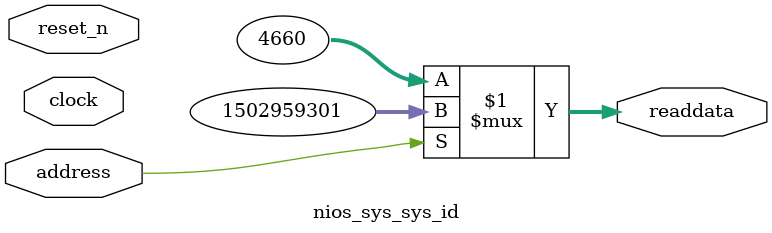
<source format=v>



// synthesis translate_off
`timescale 1ns / 1ps
// synthesis translate_on

// turn off superfluous verilog processor warnings 
// altera message_level Level1 
// altera message_off 10034 10035 10036 10037 10230 10240 10030 

module nios_sys_sys_id (
               // inputs:
                address,
                clock,
                reset_n,

               // outputs:
                readdata
             )
;

  output  [ 31: 0] readdata;
  input            address;
  input            clock;
  input            reset_n;

  wire    [ 31: 0] readdata;
  //control_slave, which is an e_avalon_slave
  assign readdata = address ? 1502959301 : 4660;

endmodule



</source>
